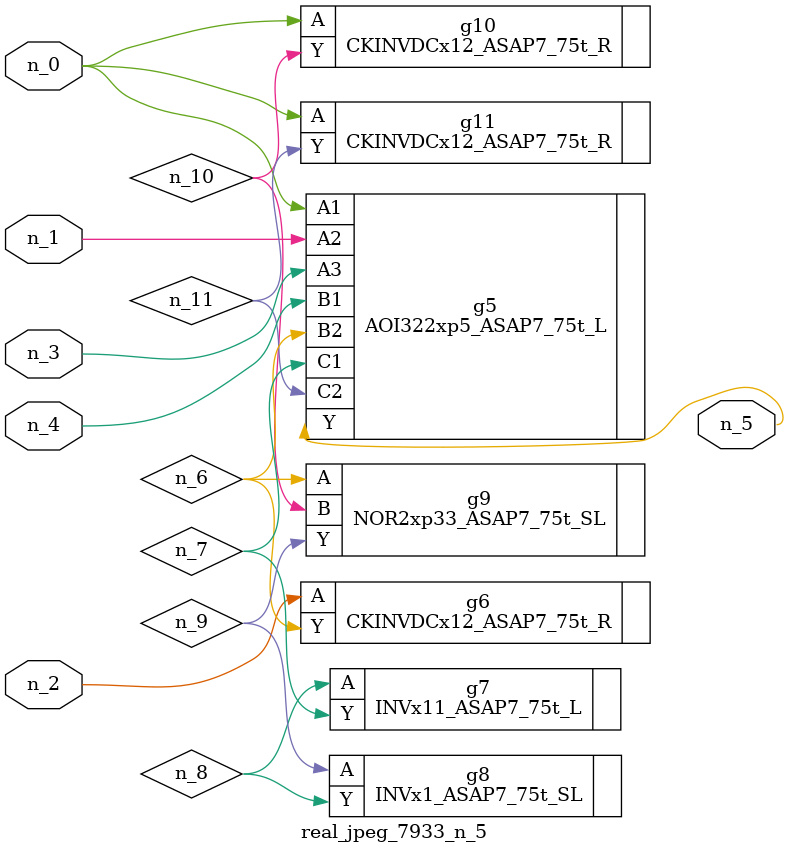
<source format=v>
module real_jpeg_7933_n_5 (n_4, n_0, n_1, n_2, n_3, n_5);

input n_4;
input n_0;
input n_1;
input n_2;
input n_3;

output n_5;

wire n_8;
wire n_11;
wire n_6;
wire n_7;
wire n_10;
wire n_9;

AOI322xp5_ASAP7_75t_L g5 ( 
.A1(n_0),
.A2(n_1),
.A3(n_3),
.B1(n_4),
.B2(n_6),
.C1(n_7),
.C2(n_11),
.Y(n_5)
);

CKINVDCx12_ASAP7_75t_R g10 ( 
.A(n_0),
.Y(n_10)
);

CKINVDCx12_ASAP7_75t_R g11 ( 
.A(n_0),
.Y(n_11)
);

CKINVDCx12_ASAP7_75t_R g6 ( 
.A(n_2),
.Y(n_6)
);

NOR2xp33_ASAP7_75t_SL g9 ( 
.A(n_6),
.B(n_10),
.Y(n_9)
);

INVx11_ASAP7_75t_L g7 ( 
.A(n_8),
.Y(n_7)
);

INVx1_ASAP7_75t_SL g8 ( 
.A(n_9),
.Y(n_8)
);


endmodule
</source>
